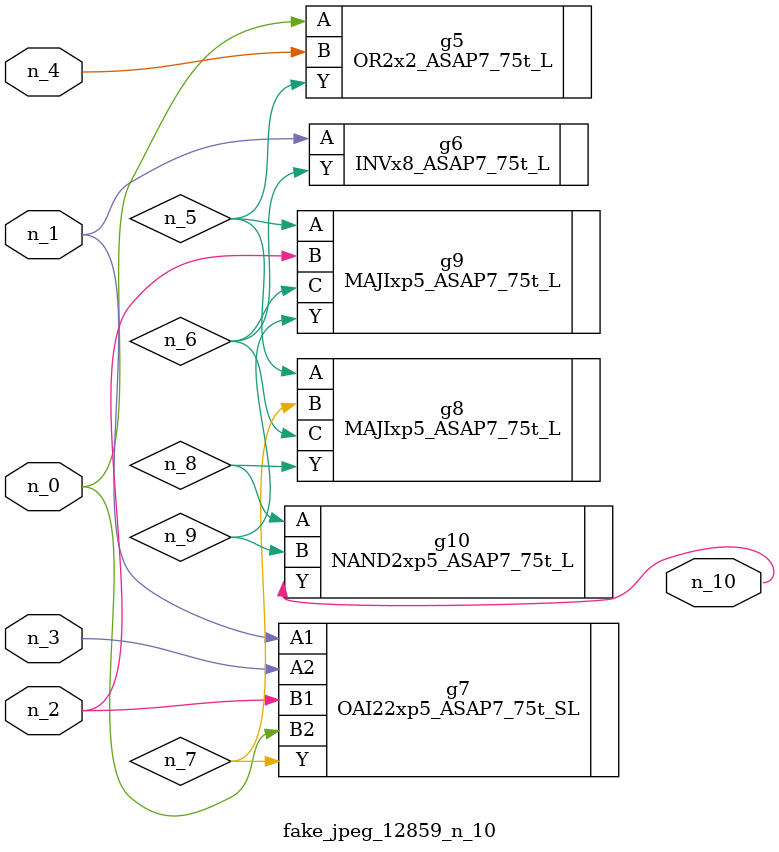
<source format=v>
module fake_jpeg_12859_n_10 (n_3, n_2, n_1, n_0, n_4, n_10);

input n_3;
input n_2;
input n_1;
input n_0;
input n_4;

output n_10;

wire n_8;
wire n_9;
wire n_6;
wire n_5;
wire n_7;

OR2x2_ASAP7_75t_L g5 ( 
.A(n_0),
.B(n_4),
.Y(n_5)
);

INVx8_ASAP7_75t_L g6 ( 
.A(n_1),
.Y(n_6)
);

OAI22xp5_ASAP7_75t_SL g7 ( 
.A1(n_1),
.A2(n_3),
.B1(n_2),
.B2(n_0),
.Y(n_7)
);

MAJIxp5_ASAP7_75t_L g8 ( 
.A(n_5),
.B(n_7),
.C(n_6),
.Y(n_8)
);

NAND2xp5_ASAP7_75t_L g10 ( 
.A(n_8),
.B(n_9),
.Y(n_10)
);

MAJIxp5_ASAP7_75t_L g9 ( 
.A(n_5),
.B(n_2),
.C(n_6),
.Y(n_9)
);


endmodule
</source>
